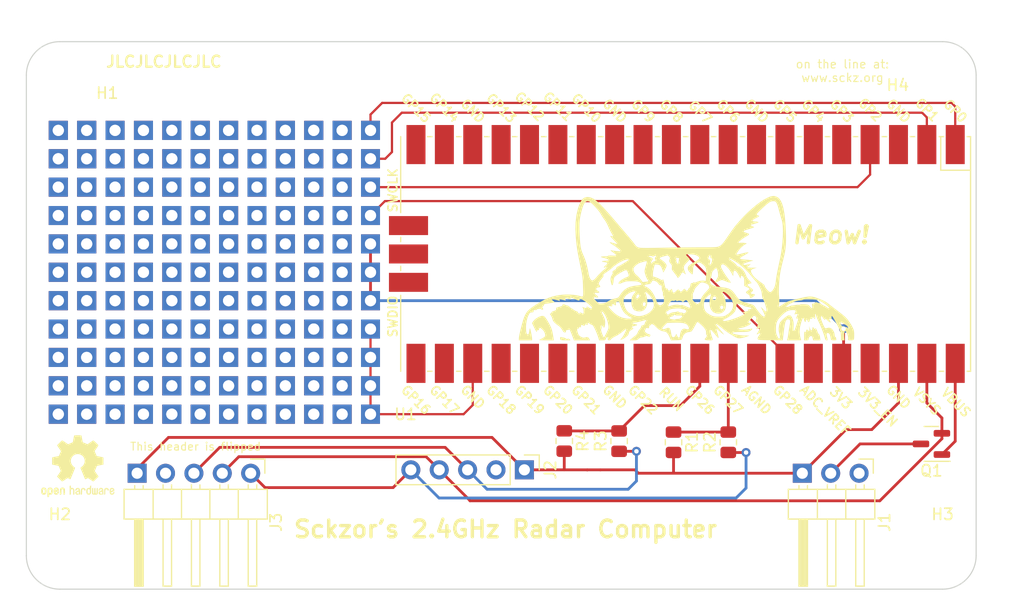
<source format=kicad_pcb>
(kicad_pcb (version 20211014) (generator pcbnew)
  (layers (0 "F.Cu" signal) (31 "B.Cu" signal) (34 "B.Paste" user) (35 "F.Paste" user) (36 "B.SilkS" user "B.Silkscreen") (37 "F.SilkS" user "F.Silkscreen") (38 "B.Mask" user) (39 "F.Mask" user) (44 "Edge.Cuts" user))
  (net 0 "")
  (net 2 "Net-(J1-Pad2)")
  (net 3 "Earth")
  (net 5 "Net-(J2-Pad3)")
  (net 6 "+5V")
  (net 8 "Net-(Q1-Pad1)")
  (net 9 "Net-(J2-Pad5)")
  (net 10 "Net-(U1-Pad32)")
  (net 11 "Net-(R3-Pad2)")
  (footprint "Connector_PinHeader_2.54mm:PinHeader_1x01_P2.54mm_Vertical" (layer "F.Cu") (at 22.86 40.64)
    (fp_text reference "")
    (fp_text value "")
  )
  (footprint "Connector_PinHeader_2.54mm:PinHeader_1x01_P2.54mm_Vertical" (layer "F.Cu") (at 43.18 50.8)
    (fp_text reference "")
    (fp_text value "")
  )
  (footprint "Connector_PinHeader_2.54mm:PinHeader_1x01_P2.54mm_Vertical" (layer "F.Cu") (at 33.02 43.18)
    (fp_text reference "")
    (fp_text value "")
  )
  (footprint "Symbol:OSHW-Logo2_7.3x6mm_SilkScreen" (layer "F.Cu") (at 24.60304 57.99288)
    (fp_text reference "REF**" hide)
    (fp_text value "OSHW-Logo2_7.3x6mm_SilkScreen" hide)
  )
  (footprint "Connector_PinHeader_2.54mm:PinHeader_1x01_P2.54mm_Vertical" (layer "F.Cu") (at 50.8 53.34)
    (fp_text reference "")
    (fp_text value "")
  )
  (footprint "Connector_PinHeader_2.54mm:PinHeader_1x01_P2.54mm_Vertical" (layer "F.Cu") (at 25.4 35.56)
    (fp_text reference "")
    (fp_text value "")
  )
  (footprint "Connector_PinHeader_2.54mm:PinHeader_1x01_P2.54mm_Vertical" (layer "F.Cu") (at 22.86 30.48)
    (fp_text reference "")
    (fp_text value "")
  )
  (footprint "Connector_PinHeader_2.54mm:PinHeader_1x01_P2.54mm_Vertical" (layer "F.Cu") (at 30.48 30.48)
    (fp_text reference "")
    (fp_text value "")
  )
  (footprint "Connector_PinHeader_2.54mm:PinHeader_1x01_P2.54mm_Vertical" (layer "F.Cu") (at 25.4 38.1)
    (fp_text reference "")
    (fp_text value "")
  )
  (footprint "Connector_PinHeader_2.54mm:PinHeader_1x01_P2.54mm_Vertical" (layer "F.Cu") (at 45.72 38.1)
    (fp_text reference "")
    (fp_text value "")
  )
  (footprint "Resistor_SMD:R_0805_2012Metric" (layer "F.Cu") (at 77.92 55.8525 -90)
    (fp_text reference "R1")
    (fp_text value "2k")
  )
  (footprint "Connector_PinHeader_2.54mm:PinHeader_1x01_P2.54mm_Vertical" (layer "F.Cu") (at 35.56 43.18)
    (fp_text reference "")
    (fp_text value "")
  )
  (footprint "Connector_PinHeader_2.54mm:PinHeader_1x01_P2.54mm_Vertical" (layer "F.Cu") (at 22.86 38.1)
    (fp_text reference "")
    (fp_text value "")
  )
  (footprint "Connector_PinHeader_2.54mm:PinHeader_1x01_P2.54mm_Vertical" (layer "F.Cu") (at 38.1 45.72)
    (fp_text reference "")
    (fp_text value "")
  )
  (footprint "Connector_PinHeader_2.54mm:PinHeader_1x01_P2.54mm_Vertical" (layer "F.Cu") (at 22.86 53.34)
    (fp_text reference "")
    (fp_text value "")
  )
  (footprint "Connector_PinHeader_2.54mm:PinHeader_1x01_P2.54mm_Vertical" (layer "F.Cu") (at 43.18 30.48)
    (fp_text reference "")
    (fp_text value "")
  )
  (footprint "Connector_PinHeader_2.54mm:PinHeader_1x01_P2.54mm_Vertical" (layer "F.Cu") (at 35.56 30.48)
    (fp_text reference "")
    (fp_text value "")
  )
  (footprint "Connector_PinHeader_2.54mm:PinHeader_1x01_P2.54mm_Vertical" (layer "F.Cu") (at 22.86 45.72)
    (fp_text reference "")
    (fp_text value "")
  )
  (footprint "Connector_PinHeader_2.54mm:PinHeader_1x01_P2.54mm_Vertical" (layer "F.Cu") (at 45.72 30.48)
    (fp_text reference "")
    (fp_text value "")
  )
  (footprint "Connector_PinHeader_2.54mm:PinHeader_1x01_P2.54mm_Vertical" (layer "F.Cu") (at 25.4 45.72)
    (fp_text reference "")
    (fp_text value "")
  )
  (footprint "Connector_PinHeader_2.54mm:PinHeader_1x01_P2.54mm_Vertical" (layer "F.Cu") (at 30.48 35.56)
    (fp_text reference "")
    (fp_text value "")
  )
  (footprint "Connector_PinHeader_2.54mm:PinHeader_1x01_P2.54mm_Vertical" (layer "F.Cu") (at 27.94 50.8)
    (fp_text reference "")
    (fp_text value "")
  )
  (footprint "Connector_PinHeader_2.54mm:PinHeader_1x01_P2.54mm_Vertical" (layer "F.Cu") (at 48.26 35.56)
    (fp_text reference "")
    (fp_text value "")
  )
  (footprint "Connector_PinHeader_2.54mm:PinHeader_1x01_P2.54mm_Vertical" (layer "F.Cu") (at 30.48 33.02)
    (fp_text reference "")
    (fp_text value "")
  )
  (footprint "Connector_PinHeader_2.54mm:PinHeader_1x01_P2.54mm_Vertical" (layer "F.Cu") (at 27.94 35.56)
    (fp_text reference "")
    (fp_text value "")
  )
  (footprint "Package_TO_SOT_SMD:SOT-23" (layer "F.Cu") (at 101 56 180)
    (fp_text reference "Q1")
    (fp_text value "DMG2301L")
  )
  (footprint "Connector_PinHeader_2.54mm:PinHeader_1x01_P2.54mm_Vertical" (layer "F.Cu") (at 25.4 48.26)
    (fp_text reference "")
    (fp_text value "")
  )
  (footprint "Connector_PinHeader_2.54mm:PinHeader_1x01_P2.54mm_Vertical" (layer "F.Cu") (at 45.72 43.18)
    (fp_text reference "")
    (fp_text value "")
  )
  (footprint "Connector_PinHeader_2.54mm:PinHeader_1x01_P2.54mm_Vertical" (layer "F.Cu") (at 50.8 33.02)
    (fp_text reference "")
    (fp_text value "")
  )
  (footprint "Connector_PinHeader_2.54mm:PinHeader_1x01_P2.54mm_Vertical" (layer "F.Cu") (at 48.26 38.1)
    (fp_text reference "")
    (fp_text value "")
  )
  (footprint "Connector_PinHeader_2.54mm:PinHeader_1x01_P2.54mm_Vertical" (layer "F.Cu") (at 38.1 43.18)
    (fp_text reference "")
    (fp_text value "")
  )
  (footprint "Connector_PinHeader_2.54mm:PinHeader_1x01_P2.54mm_Vertical" (layer "F.Cu") (at 35.56 40.64)
    (fp_text reference "")
    (fp_text value "")
  )
  (footprint "Connector_PinHeader_2.54mm:PinHeader_1x01_P2.54mm_Vertical" (layer "F.Cu") (at 48.26 27.94)
    (fp_text reference "")
    (fp_text value "")
  )
  (footprint "Connector_PinHeader_2.54mm:PinHeader_1x01_P2.54mm_Vertical" (layer "F.Cu") (at 22.86 43.18)
    (fp_text reference "")
    (fp_text value "")
  )
  (footprint "Connector_PinHeader_2.54mm:PinHeader_1x01_P2.54mm_Vertical" (layer "F.Cu") (at 38.1 27.94)
    (fp_text reference "")
    (fp_text value "")
  )
  (footprint "Connector_PinHeader_2.54mm:PinHeader_1x01_P2.54mm_Vertical" (layer "F.Cu") (at 43.18 27.94)
    (fp_text reference "")
    (fp_text value "")
  )
  (footprint "MountingHole:MountingHole_2.7mm" (layer "F.Cu") (at 102 66)
    (fp_text reference "H3")
    (fp_text value "MountingHole")
  )
  (footprint "Connector_PinHeader_2.54mm:PinHeader_1x01_P2.54mm_Vertical" (layer "F.Cu") (at 27.94 30.48)
    (fp_text reference "")
    (fp_text value "")
  )
  (footprint "Connector_PinHeader_2.54mm:PinHeader_1x01_P2.54mm_Vertical" (layer "F.Cu") (at 27.94 53.34)
    (fp_text reference "")
    (fp_text value "")
  )
  (footprint "Connector_PinHeader_2.54mm:PinHeader_1x01_P2.54mm_Vertical" (layer "F.Cu") (at 35.56 38.1)
    (fp_text reference "")
    (fp_text value "")
  )
  (footprint "Connector_PinHeader_2.54mm:PinHeader_1x01_P2.54mm_Vertical" (layer "F.Cu") (at 38.1 30.48)
    (fp_text reference "")
    (fp_text value "")
  )
  (footprint "Connector_PinHeader_2.54mm:PinHeader_1x01_P2.54mm_Vertical" (layer "F.Cu") (at 50.8 30.48)
    (fp_text reference "")
    (fp_text value "")
  )
  (footprint "Connector_PinHeader_2.54mm:PinHeader_1x01_P2.54mm_Vertical" (layer "F.Cu") (at 43.18 35.56)
    (fp_text reference "")
    (fp_text value "")
  )
  (footprint "Connector_PinHeader_2.54mm:PinHeader_1x01_P2.54mm_Vertical" (layer "F.Cu") (at 22.86 35.56)
    (fp_text reference "")
    (fp_text value "")
  )
  (footprint "Connector_PinHeader_2.54mm:PinHeader_1x01_P2.54mm_Vertical" (layer "F.Cu") (at 50.8 27.94)
    (fp_text reference "")
    (fp_text value "")
  )
  (footprint "Connector_PinHeader_2.54mm:PinHeader_1x01_P2.54mm_Vertical" (layer "F.Cu") (at 50.8 40.64)
    (fp_text reference "")
    (fp_text value "")
  )
  (footprint "Connector_PinHeader_2.54mm:PinHeader_1x01_P2.54mm_Vertical" (layer "F.Cu") (at 33.02 38.1)
    (fp_text reference "")
    (fp_text value "")
  )
  (footprint "Connector_PinHeader_2.54mm:PinHeader_1x01_P2.54mm_Vertical" (layer "F.Cu") (at 48.26 40.64)
    (fp_text reference "")
    (fp_text value "")
  )
  (footprint "Connector_PinHeader_2.54mm:PinHeader_1x01_P2.54mm_Vertical" (layer "F.Cu") (at 35.56 45.72)
    (fp_text reference "")
    (fp_text value "")
  )
  (footprint "Connector_PinHeader_2.54mm:PinHeader_1x01_P2.54mm_Vertical" (layer "F.Cu") (at 25.4 27.94)
    (fp_text reference "")
    (fp_text value "")
  )
  (footprint "LOGO" (layer "F.Cu") (at 79.06 40.27)
    (fp_text reference "Meow!")
    (fp_text value "LOGO" hide)
  )
  (footprint "Connector_PinHeader_2.54mm:PinHeader_1x01_P2.54mm_Vertical" (layer "F.Cu") (at 38.1 50.8)
    (fp_text reference "")
    (fp_text value "")
  )
  (footprint "MountingHole:MountingHole_2.7mm" (layer "F.Cu") (at 102 23)
    (fp_text reference "H4")
    (fp_text value "MountingHole")
  )
  (footprint "Connector_PinHeader_2.54mm:PinHeader_1x01_P2.54mm_Vertical" (layer "F.Cu") (at 33.02 35.56)
    (fp_text reference "")
    (fp_text value "")
  )
  (footprint "Connector_PinHeader_2.54mm:PinHeader_1x01_P2.54mm_Vertical" (layer "F.Cu") (at 45.72 33.02)
    (fp_text reference "")
    (fp_text value "")
  )
  (footprint "Connector_PinHeader_2.54mm:PinHeader_1x01_P2.54mm_Vertical" (layer "F.Cu") (at 45.72 40.64)
    (fp_text reference "")
    (fp_text value "")
  )
  (footprint "Connector_PinHeader_2.54mm:PinHeader_1x01_P2.54mm_Vertical" (layer "F.Cu") (at 48.26 30.48)
    (fp_text reference "")
    (fp_text value "")
  )
  (footprint "Connector_PinHeader_2.54mm:PinHeader_1x01_P2.54mm_Vertical" (layer "F.Cu") (at 45.72 27.94)
    (fp_text reference "")
    (fp_text value "")
  )
  (footprint "Connector_PinHeader_2.54mm:PinHeader_1x01_P2.54mm_Vertical" (layer "F.Cu") (at 45.72 50.8)
    (fp_text reference "")
    (fp_text value "")
  )
  (footprint "Connector_PinHeader_2.54mm:PinHeader_1x01_P2.54mm_Vertical" (layer "F.Cu") (at 35.56 50.8)
    (fp_text reference "")
    (fp_text value "")
  )
  (footprint "Connector_PinHeader_2.54mm:PinHeader_1x01_P2.54mm_Vertical" (layer "F.Cu") (at 43.18 43.18)
    (fp_text reference "")
    (fp_text value "")
  )
  (footprint "Connector_PinHeader_2.54mm:PinHeader_1x01_P2.54mm_Vertical" (layer "F.Cu") (at 33.02 50.8)
    (fp_text reference "")
    (fp_text value "")
  )
  (footprint "Connector_PinHeader_2.54mm:PinHeader_1x01_P2.54mm_Vertical" (layer "F.Cu") (at 40.64 35.56)
    (fp_text reference "")
    (fp_text value "")
  )
  (footprint "Connector_PinHeader_2.54mm:PinHeader_1x01_P2.54mm_Vertical" (layer "F.Cu") (at 30.48 50.8)
    (fp_text reference "")
    (fp_text value "")
  )
  (footprint "Connector_PinHeader_2.54mm:PinHeader_1x01_P2.54mm_Vertical" (layer "F.Cu") (at 43.18 33.02)
    (fp_text reference "")
    (fp_text value "")
  )
  (footprint "Connector_PinHeader_2.54mm:PinHeader_1x01_P2.54mm_Vertical" (layer "F.Cu") (at 48.26 48.26)
    (fp_text reference "")
    (fp_text value "")
  )
  (footprint "Connector_PinHeader_2.54mm:PinHeader_1x01_P2.54mm_Vertical" (layer "F.Cu") (at 33.02 40.64)
    (fp_text reference "")
    (fp_text value "")
  )
  (footprint "Connector_PinHeader_2.54mm:PinHeader_1x01_P2.54mm_Vertical" (layer "F.Cu") (at 35.56 53.34)
    (fp_text reference "")
    (fp_text value "")
  )
  (footprint "MCU_RaspberryPi_and_Boards:RPi_Pico_SMD_TH" (layer "F.Cu") (at 79 39 -90)
    (fp_text reference "U1")
    (fp_text value "RPi_Pico_SMD_TH")
  )
  (footprint "Connector_PinHeader_2.54mm:PinHeader_1x01_P2.54mm_Vertical" (layer "F.Cu") (at 22.86 48.26)
    (fp_text reference "")
    (fp_text value "")
  )
  (footprint "Connector_PinHeader_2.54mm:PinHeader_1x01_P2.54mm_Vertical" (layer "F.Cu") (at 43.18 48.26)
    (fp_text reference "")
    (fp_text value "")
  )
  (footprint "Connector_PinHeader_2.54mm:PinHeader_1x01_P2.54mm_Vertical" (layer "F.Cu") (at 50.8 38.1)
    (fp_text reference "")
    (fp_text value "")
  )
  (footprint "Connector_PinHeader_2.54mm:PinHeader_1x01_P2.54mm_Vertical" (layer "F.Cu") (at 40.64 50.8)
    (fp_text reference "")
    (fp_text value "")
  )
  (footprint "Connector_PinHeader_2.54mm:PinHeader_1x01_P2.54mm_Vertical" (layer "F.Cu") (at 48.26 33.02)
    (fp_text reference "")
    (fp_text value "")
  )
  (footprint "Connector_PinHeader_2.54mm:PinHeader_1x01_P2.54mm_Vertical" (layer "F.Cu") (at 40.64 40.64)
    (fp_text reference "")
    (fp_text value "")
  )
  (footprint "Connector_PinHeader_2.54mm:PinHeader_1x01_P2.54mm_Vertical" (layer "F.Cu") (at 27.94 27.94)
    (fp_text reference "")
    (fp_text value "")
  )
  (footprint "Connector_PinHeader_2.54mm:PinHeader_1x01_P2.54mm_Vertical" (layer "F.Cu") (at 45.72 45.72)
    (fp_text reference "")
    (fp_text value "")
  )
  (footprint "Connector_PinHeader_2.54mm:PinHeader_1x01_P2.54mm_Vertical" (layer "F.Cu") (at 50.8 45.72)
    (fp_text reference "")
    (fp_text value "")
  )
  (footprint "Connector_PinHeader_2.54mm:PinHeader_1x01_P2.54mm_Vertical" (layer "F.Cu") (at 50.8 43.18)
    (fp_text reference "")
    (fp_text value "")
  )
  (footprint "Connector_PinHeader_2.54mm:PinHeader_1x01_P2.54mm_Vertical" (layer "F.Cu") (at 50.8 50.8)
    (fp_text reference "")
    (fp_text value "")
  )
  (footprint "Connector_PinHeader_2.54mm:PinHeader_1x01_P2.54mm_Vertical" (layer "F.Cu") (at 48.26 45.72)
    (fp_text reference "")
    (fp_text value "")
  )
  (footprint "Connector_PinHeader_2.54mm:PinHeader_1x01_P2.54mm_Vertical" (layer "F.Cu") (at 38.1 35.56)
    (fp_text reference "")
    (fp_text value "")
  )
  (footprint "Connector_PinHeader_2.54mm:PinHeader_1x01_P2.54mm_Vertical" (layer "F.Cu") (at 50.8 35.56)
    (fp_text reference "")
    (fp_text value "")
  )
  (footprint "Resistor_SMD:R_0805_2012Metric" (layer "F.Cu") (at 68.139875 55.73975 -90)
    (fp_text reference "R4")
    (fp_text value "2k")
  )
  (footprint "Connector_PinHeader_2.54mm:PinHeader_1x01_P2.54mm_Vertical" (layer "F.Cu") (at 40.64 33.02)
    (fp_text reference "")
    (fp_text value "")
  )
  (footprint "Connector_PinHeader_2.54mm:PinHeader_1x01_P2.54mm_Vertical" (layer "F.Cu") (at 25.4 40.64)
    (fp_text reference "")
    (fp_text value "")
  )
  (footprint "Connector_PinHeader_2.54mm:PinHeader_1x01_P2.54mm_Vertical" (layer "F.Cu") (at 35.56 35.56)
    (fp_text reference "")
    (fp_text value "")
  )
  (footprint "Connector_PinHeader_2.54mm:PinHeader_1x01_P2.54mm_Vertical" (layer "F.Cu") (at 48.26 43.18)
    (fp_text reference "")
    (fp_text value "")
  )
  (footprint "Connector_PinHeader_2.54mm:PinHeader_1x01_P2.54mm_Vertical" (layer "F.Cu") (at 25.4 43.18)
    (fp_text reference "")
    (fp_text value "")
  )
  (footprint "Connector_PinHeader_2.54mm:PinHeader_1x01_P2.54mm_Vertical" (layer "F.Cu") (at 22.86 27.94)
    (fp_text reference "")
    (fp_text value "")
  )
  (footprint "Connector_PinHeader_2.54mm:PinHeader_1x01_P2.54mm_Vertical" (layer "F.Cu") (at 30.48 27.94)
    (fp_text reference "")
    (fp_text value "")
  )
  (footprint "Resistor_SMD:R_0805_2012Metric" (layer "F.Cu") (at 73.049875 55.75 90)
    (fp_text reference "R3")
    (fp_text value "1k")
  )
  (footprint "Connector_PinHeader_2.54mm:PinHeader_1x01_P2.54mm_Vertical" (layer "F.Cu") (at 48.26 53.34)
    (fp_text reference "")
    (fp_text value "")
  )
  (footprint "Connector_PinHeader_2.54mm:PinHeader_1x01_P2.54mm_Vertical" (layer "F.Cu") (at 27.94 43.18)
    (fp_text reference "")
    (fp_text value "")
  )
  (footprint "Connector_PinHeader_2.54mm:PinHeader_1x01_P2.54mm_Vertical" (layer "F.Cu") (at 30.48 48.26)
    (fp_text reference "")
    (fp_text value "")
  )
  (footprint "Connector_PinHeader_2.54mm:PinHeader_1x01_P2.54mm_Vertical" (layer "F.Cu") (at 33.02 33.02)
    (fp_text reference "")
    (fp_text value "")
  )
  (footprint "Connector_PinHeader_2.54mm:PinHeader_1x01_P2.54mm_Vertical" (layer "F.Cu") (at 27.94 45.72)
    (fp_text reference "")
    (fp_text value "")
  )
  (footprint "Connector_PinHeader_2.54mm:PinHeader_1x01_P2.54mm_Vertical" (layer "F.Cu") (at 38.1 33.02)
    (fp_text reference "")
    (fp_text value "")
  )
  (footprint "Connector_PinHeader_2.54mm:PinHeader_1x03_P2.54mm_Horizontal" (layer "F.Cu") (at 94.525 58.625 -90)
    (fp_text reference "J1")
    (fp_text value "Conn_01x03")
  )
  (footprint "Connector_PinHeader_2.54mm:PinHeader_1x01_P2.54mm_Vertical" (layer "F.Cu") (at 38.1 48.26)
    (fp_text reference "")
    (fp_text value "")
  )
  (footprint "Connector_PinHeader_2.54mm:PinHeader_1x01_P2.54mm_Vertical" (layer "F.Cu") (at 40.64 48.26)
    (fp_text reference "")
    (fp_text value "")
  )
  (footprint "Connector_PinHeader_2.54mm:PinHeader_1x01_P2.54mm_Vertical" (layer "F.Cu") (at 33.02 45.72)
    (fp_text reference "")
    (fp_text value "")
  )
  (footprint "Connector_PinHeader_2.54mm:PinHeader_1x01_P2.54mm_Vertical" (layer "F.Cu") (at 25.4 50.8)
    (fp_text reference "")
    (fp_text value "")
  )
  (footprint "Connector_PinHeader_2.54mm:PinHeader_1x01_P2.54mm_Vertical" (layer "F.Cu") (at 27.94 48.26)
    (fp_text reference "")
    (fp_text value "")
  )
  (footprint "Connector_PinHeader_2.54mm:PinHeader_1x01_P2.54mm_Vertical" (layer "F.Cu") (at 50.8 48.26)
    (fp_text reference "")
    (fp_text value "")
  )
  (footprint "Connector_PinHeader_2.54mm:PinHeader_1x01_P2.54mm_Vertical" (layer "F.Cu") (at 43.18 45.72)
    (fp_text reference "")
    (fp_text value "")
  )
  (footprint "Connector_PinHeader_2.54mm:PinHeader_1x01_P2.54mm_Vertical" (layer "F.Cu") (at 38.1 38.1)
    (fp_text reference "")
    (fp_text value "")
  )
  (footprint "Connector_PinHeader_2.54mm:PinHeader_1x01_P2.54mm_Vertical" (layer "F.Cu") (at 43.18 53.34)
    (fp_text reference "")
    (fp_text value "")
  )
  (footprint "Connector_PinHeader_2.54mm:PinHeader_1x01_P2.54mm_Vertical" (layer "F.Cu") (at 45.72 48.26)
    (fp_text reference "")
    (fp_text value "")
  )
  (footprint "Connector_PinHeader_2.54mm:PinHeader_1x05_P2.54mm_Horizontal" (layer "F.Cu") (at 40.075 58.625 -90)
    (fp_text reference "J3")
    (fp_text value "Conn_01x05")
  )
  (footprint "Connector_PinHeader_2.54mm:PinHeader_1x01_P2.54mm_Vertical" (layer "F.Cu") (at 40.64 30.48)
    (fp_text reference "")
    (fp_text value "")
  )
  (footprint "Connector_PinHeader_2.54mm:PinHeader_1x01_P2.54mm_Vertical" (layer "F.Cu") (at 45.72 35.56)
    (fp_text reference "")
    (fp_text value "")
  )
  (footprint "Resistor_SMD:R_0805_2012Metric" (layer "F.Cu") (at 82.82 55.8525 90)
    (fp_text reference "R2")
    (fp_text value "1k")
  )
  (footprint "Connector_PinHeader_2.54mm:PinHeader_1x01_P2.54mm_Vertical" (layer "F.Cu") (at 30.48 45.72)
    (fp_text reference "")
    (fp_text value "")
  )
  (footprint "Connector_PinHeader_2.54mm:PinHeader_1x01_P2.54mm_Vertical" (layer "F.Cu") (at 33.02 27.94)
    (fp_text reference "")
    (fp_text value "")
  )
  (footprint "Connector_PinHeader_2.54mm:PinHeader_1x01_P2.54mm_Vertical" (layer "F.Cu") (at 27.94 33.02)
    (fp_text reference "")
    (fp_text value "")
  )
  (footprint "Connector_PinHeader_2.54mm:PinHeader_1x01_P2.54mm_Vertical" (layer "F.Cu") (at 40.64 27.94)
    (fp_text reference "")
    (fp_text value "")
  )
  (footprint "Connector_PinHeader_2.54mm:PinHeader_1x01_P2.54mm_Vertical" (layer "F.Cu") (at 25.4 53.34)
    (fp_text reference "")
    (fp_text value "")
  )
  (footprint "Connector_PinHeader_2.54mm:PinHeader_1x01_P2.54mm_Vertical" (layer "F.Cu") (at 30.48 38.1)
    (fp_text reference "")
    (fp_text value "")
  )
  (footprint "Connector_PinHeader_2.54mm:PinHeader_1x01_P2.54mm_Vertical" (layer "F.Cu") (at 22.86 50.8)
    (fp_text reference "")
    (fp_text value "")
  )
  (footprint "Connector_PinHeader_2.54mm:PinHeader_1x01_P2.54mm_Vertical" (layer "F.Cu") (at 38.1 40.64)
    (fp_text reference "")
    (fp_text value "")
  )
  (footprint "Connector_PinHeader_2.54mm:PinHeader_1x05_P2.54mm_Vertical" (layer "F.Cu") (at 64.571 58.319 -90)
    (fp_text reference "J2")
    (fp_text value "Conn_01x05")
  )
  (footprint "Connector_PinHeader_2.54mm:PinHeader_1x01_P2.54mm_Vertical" (layer "F.Cu") (at 43.18 40.64)
    (fp_text reference "")
    (fp_text value "")
  )
  (footprint "Connector_PinHeader_2.54mm:PinHeader_1x01_P2.54mm_Vertical" (layer "F.Cu") (at 27.94 38.1)
    (fp_text reference "")
    (fp_text value "")
  )
  (footprint "Connector_PinHeader_2.54mm:PinHeader_1x01_P2.54mm_Vertical" (layer "F.Cu") (at 43.18 38.1)
    (fp_text reference "")
    (fp_text value "")
  )
  (footprint "Connector_PinHeader_2.54mm:PinHeader_1x01_P2.54mm_Vertical" (layer "F.Cu") (at 40.64 53.34)
    (fp_text reference "")
    (fp_text value "")
  )
  (footprint "MountingHole:MountingHole_2.7mm" (layer "F.Cu") (at 23 23)
    (fp_text reference "H1")
    (fp_text value "MountingHole")
  )
  (footprint "Connector_PinHeader_2.54mm:PinHeader_1x01_P2.54mm_Vertical" (layer "F.Cu") (at 30.48 53.34)
    (fp_text reference "")
    (fp_text value "")
  )
  (footprint "Connector_PinHeader_2.54mm:PinHeader_1x01_P2.54mm_Vertical" (layer "F.Cu") (at 33.02 53.34)
    (fp_text reference "")
    (fp_text value "")
  )
  (footprint "Connector_PinHeader_2.54mm:PinHeader_1x01_P2.54mm_Vertical" (layer "F.Cu") (at 22.86 33.02)
    (fp_text reference "")
    (fp_text value "")
  )
  (footprint "Connector_PinHeader_2.54mm:PinHeader_1x01_P2.54mm_Vertical" (layer "F.Cu") (at 27.94 40.64)
    (fp_text reference "")
    (fp_text value "")
  )
  (footprint "Connector_PinHeader_2.54mm:PinHeader_1x01_P2.54mm_Vertical" (layer "F.Cu") (at 45.72 53.34)
    (fp_text reference "")
    (fp_text value "")
  )
  (footprint "Connector_PinHeader_2.54mm:PinHeader_1x01_P2.54mm_Vertical" (layer "F.Cu") (at 35.56 48.26)
    (fp_text reference "")
    (fp_text value "")
  )
  (footprint "Connector_PinHeader_2.54mm:PinHeader_1x01_P2.54mm_Vertical" (layer "F.Cu") (at 48.26 50.8)
    (fp_text reference "")
    (fp_text value "")
  )
  (footprint "Connector_PinHeader_2.54mm:PinHeader_1x01_P2.54mm_Vertical" (layer "F.Cu") (at 35.56 27.94)
    (fp_text reference "")
    (fp_text value "")
  )
  (footprint "Connector_PinHeader_2.54mm:PinHeader_1x01_P2.54mm_Vertical" (layer "F.Cu") (at 30.48 40.64)
    (fp_text reference "")
    (fp_text value "")
  )
  (footprint "Connector_PinHeader_2.54mm:PinHeader_1x01_P2.54mm_Vertical" (layer "F.Cu") (at 35.56 33.02)
    (fp_text reference "")
    (fp_text value "")
  )
  (footprint "Connector_PinHeader_2.54mm:PinHeader_1x01_P2.54mm_Vertical" (layer "F.Cu") (at 40.64 43.18)
    (fp_text reference "")
    (fp_text value "")
  )
  (footprint "MountingHole:MountingHole_2.7mm" (layer "F.Cu") (at 23 66)
    (fp_text reference "H2")
    (fp_text value "MountingHole")
  )
  (footprint "Connector_PinHeader_2.54mm:PinHeader_1x01_P2.54mm_Vertical" (layer "F.Cu") (at 38.1 53.34)
    (fp_text reference "")
    (fp_text value "")
  )
  (footprint "Connector_PinHeader_2.54mm:PinHeader_1x01_P2.54mm_Vertical" (layer "F.Cu") (at 33.02 48.26)
    (fp_text reference "")
    (fp_text value "")
  )
  (footprint "Connector_PinHeader_2.54mm:PinHeader_1x01_P2.54mm_Vertical" (layer "F.Cu") (at 40.64 38.1)
    (fp_text reference "")
    (fp_text value "")
  )
  (footprint "Connector_PinHeader_2.54mm:PinHeader_1x01_P2.54mm_Vertical" (layer "F.Cu") (at 25.4 30.48)
    (fp_text reference "")
    (fp_text value "")
  )
  (footprint "Connector_PinHeader_2.54mm:PinHeader_1x01_P2.54mm_Vertical" (layer "F.Cu") (at 33.02 30.48)
    (fp_text reference "")
    (fp_text value "")
  )
  (footprint "Connector_PinHeader_2.54mm:PinHeader_1x01_P2.54mm_Vertical" (layer "F.Cu") (at 25.4 33.02)
    (fp_text reference "")
    (fp_text value "")
  )
  (footprint "Connector_PinHeader_2.54mm:PinHeader_1x01_P2.54mm_Vertical" (layer "F.Cu") (at 30.48 43.18)
    (fp_text reference "")
    (fp_text value "")
  )
  (footprint "Connector_PinHeader_2.54mm:PinHeader_1x01_P2.54mm_Vertical" (layer "F.Cu") (at 40.64 45.72)
    (fp_text reference "")
    (fp_text value "")
  )
  (gr_arc (start 23 69) (mid 20.87868 68.12132) (end 20 66) (layer "Edge.Cuts") (width 0.1))
  (gr_line (start 102 20) (end 23 20) (layer "Edge.Cuts") (width 0.1))
  (gr_line (start 20 23) (end 20 66) (layer "Edge.Cuts") (width 0.1))
  (gr_line (start 23 69) (end 102 69) (layer "Edge.Cuts") (width 0.1))
  (gr_arc (start 102 20) (mid 104.12132 20.87868) (end 105 23) (layer "Edge.Cuts") (width 0.1))
  (gr_arc (start 105 66) (mid 104.12132 68.12132) (end 102 69) (layer "Edge.Cuts") (width 0.1))
  (gr_line (start 105 23) (end 105 66) (layer "Edge.Cuts") (width 0.1))
  (gr_arc (start 20 23) (mid 20.87868 20.87868) (end 23 20) (layer "Edge.Cuts") (width 0.1))
  (gr_text "This header is flipped" (at 35.1472 56.23552) (layer "F.SilkS") (effects (font (size 0.7 0.7) (thickness 0.1))))
  (gr_text "JLCJLCJLCJLC" (at 32.31 21.79) (layer "F.SilkS") (effects (font (size 1 1) (thickness 0.2))))
  (gr_text "Sckzor's 2.4GHz Radar Computer" (at 62.88 63.63) (layer "F.SilkS") (effects (font (size 1.5 1.5) (thickness 0.3))))
  (gr_text "on the line at:\nwww.sckz.org" (at 93.04 22.62) (layer "F.SilkS") (effects (font (size 0.75 0.75) (thickness 0.1))))
  (segment (start 59.95 52.52104) (end 59.13104 53.34) (width 0.2) (layer "F.Cu") (net 0))
  (segment (start 59.13104 53.34) (end 50.8 53.34) (width 0.2) (layer "F.Cu") (net 0))
  (segment (start 52.7208 29.87512) (end 52.11592 30.48) (width 0.2) (layer "F.Cu") (net 0))
  (segment (start 103.13 25.80616) (end 102.80556 25.48172) (width 0.2) (layer "F.Cu") (net 0))
  (segment (start 52.09148 34.26852) (end 50.8 35.56) (width 0.2) (layer "F.Cu") (net 0))
  (segment (start 103.13 30.11) (end 103.13 25.80616) (width 0.2) (layer "F.Cu") (net 0))
  (segment (start 100.16952 26.3604) (end 53.59948 26.3604) (width 0.2) (layer "F.Cu") (net 0))
  (segment (start 50.8 50.8) (end 50.8 48.26) (width 0.2) (layer "F.Cu") (net 0))
  (segment (start 94.3886 33.02) (end 50.8 33.02) (width 0.2) (layer "F.Cu") (net 0))
  (segment (start 95.51 30.11) (end 95.51 31.8986) (width 0.2) (layer "F.Cu") (net 0))
  (segment (start 74.26852 34.26852) (end 52.09148 34.26852) (width 0.2) (layer "F.Cu") (net 0))
  (segment (start 50.8 53.34) (end 50.8 50.8) (width 0.2) (layer "F.Cu") (net 0))
  (segment (start 52.7208 27.23908) (end 52.7208 29.87512) (width 0.2) (layer "F.Cu") (net 0))
  (segment (start 102.80556 25.48172) (end 51.84212 25.48172) (width 0.2) (layer "F.Cu") (net 0))
  (segment (start 95.51 31.8986) (end 94.3886 33.02) (width 0.2) (layer "F.Cu") (net 0))
  (segment (start 50.8 26.52384) (end 50.8 27.94) (width 0.2) (layer "F.Cu") (net 0))
  (segment (start 53.59948 26.3604) (end 52.7208 27.23908) (width 0.2) (layer "F.Cu") (net 0))
  (segment (start 100.59 26.78088) (end 100.16952 26.3604) (width 0.2) (layer "F.Cu") (net 0))
  (segment (start 50.8 40.64) (end 50.8 38.1) (width 0.25) (layer "F.Cu") (net 0))
  (segment (start 87.89 47.89) (end 74.26852 34.26852) (width 0.2) (layer "F.Cu") (net 0))
  (segment (start 93.14008 45.69136) (end 93.14008 47.71992) (width 0.25) (layer "F.Cu") (net 0))
  (segment (start 59.95 47.89) (end 59.95 52.52104) (width 0.2) (layer "F.Cu") (net 0))
  (segment (start 51.84212 25.48172) (end 50.8 26.52384) (width 0.2) (layer "F.Cu") (net 0))
  (segment (start 50.8 48.26) (end 50.8 45.72) (width 0.2) (layer "F.Cu") (net 0))
  (segment (start 50.8 43.18) (end 50.8 40.64) (width 0.25) (layer "F.Cu") (net 0))
  (segment (start 52.11592 30.48) (end 50.8 30.48) (width 0.2) (layer "F.Cu") (net 0))
  (segment (start 100.59 30.11) (end 100.59 26.78088) (width 0.2) (layer "F.Cu") (net 0))
  (segment (start 93.14008 47.71992) (end 92.97 47.89) (width 0.25) (layer "F.Cu") (net 0))
  (via (at 93.14008 45.69136) (size 0.8) (drill 0.4) (layers "F.Cu" "B.Cu") (net 0))
  (segment (start 93.14008 45.69136) (end 90.62872 43.18) (width 0.25) (layer "B.Cu") (net 0))
  (segment (start 90.62872 43.18) (end 50.8 43.18) (width 0.25) (layer "B.Cu") (net 0))
  (segment (start 91.985 58.625) (end 94.61 56) (width 0.25) (layer "F.Cu") (net 2))
  (segment (start 94.61 56) (end 100.0625 56) (width 0.25) (layer "F.Cu") (net 2))
  (segment (start 70.201 58.319) (end 64.571 58.319) (width 0.25) (layer "F.Cu") (net 3))
  (segment (start 89.445 58.625) (end 74.775 58.625) (width 0.25) (layer "F.Cu") (net 3))
  (segment (start 77.92 56.765) (end 77.92 58.6025) (width 0.25) (layer "F.Cu") (net 3))
  (segment (start 74.469 58.319) (end 71.371 58.319) (width 0.25) (layer "F.Cu") (net 3))
  (segment (start 74.775 58.625) (end 74.469 58.319) (width 0.25) (layer "F.Cu") (net 3))
  (segment (start 71.371 58.319) (end 70.201 58.319) (width 0.25) (layer "F.Cu") (net 3))
  (segment (start 29.915 58.225) (end 29.915 58.625) (width 0.25) (layer "F.Cu") (net 3))
  (segment (start 93.35 54.72) (end 95.66 54.72) (width 0.25) (layer "F.Cu") (net 3))
  (segment (start 95.66 54.72) (end 98.05 52.33) (width 0.25) (layer "F.Cu") (net 3))
  (segment (start 98.05 52.33) (end 98.05 47.89) (width 0.25) (layer "F.Cu") (net 3))
  (segment (start 32.72 55.42) (end 29.915 58.225) (width 0.25) (layer "F.Cu") (net 3))
  (segment (start 89.445 58.625) (end 93.35 54.72) (width 0.25) (layer "F.Cu") (net 3))
  (segment (start 61.672 55.42) (end 32.72 55.42) (width 0.25) (layer "F.Cu") (net 3))
  (segment (start 68.139875 56.65225) (end 68.139875 58.30775) (width 0.25) (layer "F.Cu") (net 3))
  (segment (start 70.2 58.318) (end 70.201 58.319) (width 0.25) (layer "F.Cu") (net 3))
  (segment (start 64.571 58.319) (end 61.672 55.42) (width 0.25) (layer "F.Cu") (net 3))
  (segment (start 34.995 58.625) (end 37.31 56.31) (width 0.25) (layer "F.Cu") (net 5))
  (segment (start 73.052375 56.66) (end 73.049875 56.6625) (width 0.25) (layer "F.Cu") (net 5))
  (segment (start 37.31 56.31) (end 57.482 56.31) (width 0.25) (layer "F.Cu") (net 5))
  (segment (start 57.482 56.31) (end 59.491 58.319) (width 0.25) (layer "F.Cu") (net 5))
  (segment (start 74.6 56.66) (end 73.052375 56.66) (width 0.25) (layer "F.Cu") (net 5))
  (via (at 74.6 56.66) (size 0.8) (drill 0.4) (layers "F.Cu" "B.Cu") (net 5))
  (segment (start 73.86 60.06) (end 61.232 60.06) (width 0.25) (layer "B.Cu") (net 5))
  (segment (start 74.6 59.32) (end 73.86 60.06) (width 0.25) (layer "B.Cu") (net 5))
  (segment (start 74.6 56.66) (end 74.6 59.32) (width 0.25) (layer "B.Cu") (net 5))
  (segment (start 61.232 60.06) (end 59.491 58.319) (width 0.25) (layer "B.Cu") (net 5))
  (segment (start 59.7 61.09) (end 59.7 61.068) (width 0.25) (layer "F.Cu") (net 6))
  (segment (start 96.381751 61.09) (end 59.7 61.09) (width 0.25) (layer "F.Cu") (net 6))
  (segment (start 101.9375 55.05) (end 101.9375 55.534251) (width 0.25) (layer "F.Cu") (net 6))
  (segment (start 100.59 52.33) (end 100.59 47.89) (width 0.25) (layer "F.Cu") (net 6))
  (segment (start 39.016 57.144) (end 37.535 58.625) (width 0.25) (layer "F.Cu") (net 6))
  (segment (start 55.776 57.144) (end 39.016 57.144) (width 0.25) (layer "F.Cu") (net 6))
  (segment (start 56.951 58.319) (end 55.776 57.144) (width 0.25) (layer "F.Cu") (net 6))
  (segment (start 59.7 61.068) (end 56.951 58.319) (width 0.25) (layer "F.Cu") (net 6))
  (segment (start 101.9375 55.05) (end 101.9375 53.6775) (width 0.25) (layer "F.Cu") (net 6))
  (segment (start 101.9375 55.534251) (end 96.381751 61.09) (width 0.25) (layer "F.Cu") (net 6))
  (segment (start 101.9375 53.6775) (end 100.59 52.33) (width 0.25) (layer "F.Cu") (net 6))
  (segment (start 103.13 55.7575) (end 101.9375 56.95) (width 0.25) (layer "F.Cu") (net 8))
  (segment (start 103.13 47.89) (end 103.13 55.7575) (width 0.25) (layer "F.Cu") (net 8))
  (segment (start 41.36 59.91) (end 52.82 59.91) (width 0.25) (layer "F.Cu") (net 9))
  (segment (start 84.41 56.77) (end 82.825 56.77) (width 0.25) (layer "F.Cu") (net 9))
  (segment (start 40.075 58.625) (end 41.36 59.91) (width 0.25) (layer "F.Cu") (net 9))
  (segment (start 82.825 56.77) (end 82.82 56.765) (width 0.25) (layer "F.Cu") (net 9))
  (segment (start 52.82 59.91) (end 54.411 58.319) (width 0.25) (layer "F.Cu") (net 9))
  (via (at 84.41 56.77) (size 0.8) (drill 0.4) (layers "F.Cu" "B.Cu") (net 9))
  (segment (start 56.932 60.84) (end 54.411 58.319) (width 0.25) (layer "B.Cu") (net 9))
  (segment (start 83.52 60.84) (end 56.932 60.84) (width 0.25) (layer "B.Cu") (net 9))
  (segment (start 84.41 56.77) (end 84.41 59.95) (width 0.25) (layer "B.Cu") (net 9))
  (segment (start 84.41 59.95) (end 83.52 60.84) (width 0.25) (layer "B.Cu") (net 9))
  (segment (start 82.82 54.94) (end 77.92 54.94) (width 0.25) (layer "F.Cu") (net 10))
  (segment (start 82.82 54.94) (end 82.82 47.9) (width 0.25) (layer "F.Cu") (net 10))
  (segment (start 82.82 47.9) (end 82.81 47.89) (width 0.25) (layer "F.Cu") (net 10))
  (segment (start 78.54 52.57) (end 80.27 50.84) (width 0.25) (layer "F.Cu") (net 11))
  (segment (start 75.317375 52.57) (end 78.54 52.57) (width 0.25) (layer "F.Cu") (net 11))
  (segment (start 68.79025 54.8375) (end 68.78 54.82725) (width 0.25) (layer "F.Cu") (net 11))
  (segment (start 80.27 50.84) (end 80.27 47.89) (width 0.25) (layer "F.Cu") (net 11))
  (segment (start 73.049875 54.8375) (end 68.150125 54.8375) (width 0.25) (layer "F.Cu") (net 11))
  (segment (start 73.049875 54.8375) (end 75.317375 52.57) (width 0.25) (layer "F.Cu") (net 11))
)
</source>
